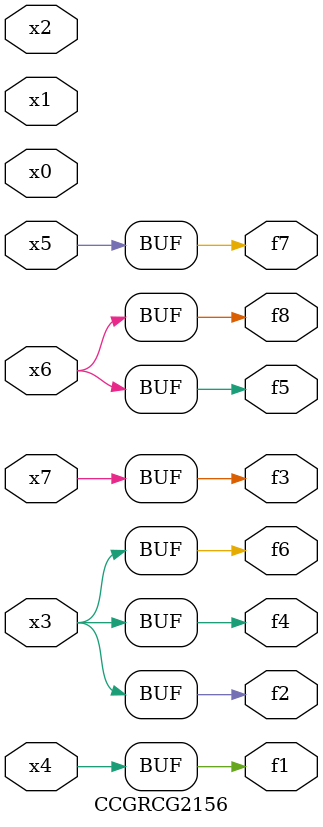
<source format=v>
module CCGRCG2156(
	input x0, x1, x2, x3, x4, x5, x6, x7,
	output f1, f2, f3, f4, f5, f6, f7, f8
);
	assign f1 = x4;
	assign f2 = x3;
	assign f3 = x7;
	assign f4 = x3;
	assign f5 = x6;
	assign f6 = x3;
	assign f7 = x5;
	assign f8 = x6;
endmodule

</source>
